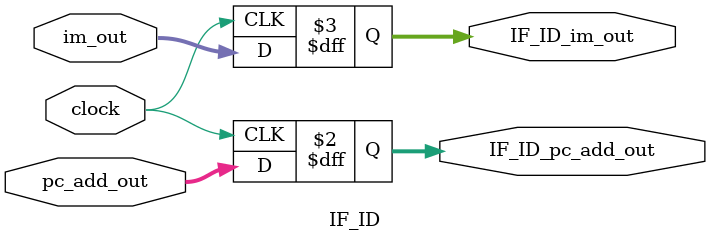
<source format=v>
module IF_ID (
    clock, 
    pc_add_out, 
    im_out, 
    
    IF_ID_pc_add_out,
    IF_ID_im_out
    );

    input               clock;
    input      [31: 0]  pc_add_out;
    input      [31: 0]  im_out;

    output reg [31: 0]  IF_ID_pc_add_out;
    output reg [31: 0]  IF_ID_im_out;

    always @(posedge clock) 
    begin
        IF_ID_pc_add_out  <=  pc_add_out;
        IF_ID_im_out      <=  im_out;
    end
        
endmodule //IF_ID

</source>
